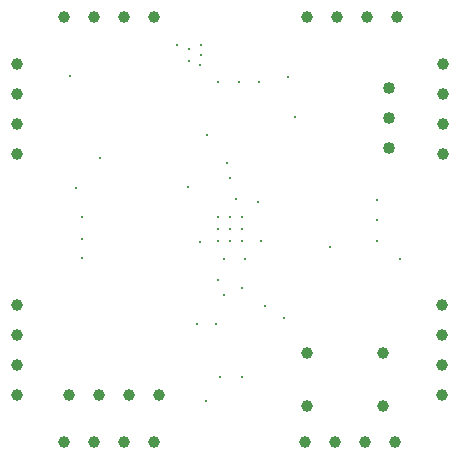
<source format=gbr>
%TF.GenerationSoftware,KiCad,Pcbnew,9.0.6*%
%TF.CreationDate,2025-12-07T19:15:01-08:00*%
%TF.ProjectId,redstone_block,72656473-746f-46e6-955f-626c6f636b2e,rev?*%
%TF.SameCoordinates,Original*%
%TF.FileFunction,Plated,1,2,PTH,Drill*%
%TF.FilePolarity,Positive*%
%FSLAX46Y46*%
G04 Gerber Fmt 4.6, Leading zero omitted, Abs format (unit mm)*
G04 Created by KiCad (PCBNEW 9.0.6) date 2025-12-07 19:15:01*
%MOMM*%
%LPD*%
G01*
G04 APERTURE LIST*
%TA.AperFunction,ViaDrill*%
%ADD10C,0.300000*%
%TD*%
%TA.AperFunction,ComponentDrill*%
%ADD11C,0.300000*%
%TD*%
%TA.AperFunction,ComponentDrill*%
%ADD12C,1.000000*%
%TD*%
%TA.AperFunction,ComponentDrill*%
%ADD13C,1.016000*%
%TD*%
G04 APERTURE END LIST*
D10*
X121500000Y-42000000D03*
X122000000Y-51500000D03*
X122500000Y-54000000D03*
X122500000Y-55800000D03*
X122500000Y-57450000D03*
X124000000Y-49000000D03*
X130503362Y-39375000D03*
X131500000Y-51400000D03*
X132200001Y-63000000D03*
X132461137Y-41125000D03*
X132500000Y-56100000D03*
X132538845Y-39375000D03*
X132580000Y-40280000D03*
X133000000Y-69500000D03*
X133036657Y-46981671D03*
X133800000Y-63000000D03*
X133990306Y-59257819D03*
X134000000Y-42500000D03*
X134000000Y-54000000D03*
X134000000Y-55000000D03*
X134000000Y-56000000D03*
X134200000Y-67500000D03*
X134500000Y-60600000D03*
X134533207Y-57506166D03*
X134770000Y-49421471D03*
X134999999Y-50645229D03*
X135000000Y-54000000D03*
X135000000Y-55000000D03*
X135000000Y-56000000D03*
X135500000Y-52429998D03*
X135800000Y-42500000D03*
X136000000Y-54000000D03*
X136000000Y-55000000D03*
X136000000Y-56000000D03*
X136000000Y-60000000D03*
X136000000Y-67500000D03*
X136300000Y-57500000D03*
X137400000Y-52700000D03*
X137450000Y-42500000D03*
X137624698Y-56000134D03*
X138000000Y-61500000D03*
X139600000Y-62500000D03*
X139950000Y-42100000D03*
X140501000Y-45500000D03*
X143500000Y-56500000D03*
X147500000Y-52550000D03*
X147500000Y-54200000D03*
X147500000Y-56000000D03*
X149400000Y-57500000D03*
D11*
%TO.C,U3*%
X131550000Y-39750000D03*
X131550000Y-40750000D03*
D12*
%TO.C,J8*%
X116975000Y-61380000D03*
X116975000Y-63920000D03*
X116975000Y-66460000D03*
X116975000Y-69000000D03*
%TO.C,J7*%
X117000000Y-41000000D03*
X117000000Y-43540000D03*
X117000000Y-46080000D03*
X117000000Y-48620000D03*
%TO.C,J1*%
X121000000Y-37000000D03*
%TO.C,J5*%
X121000000Y-73000000D03*
%TO.C,J9*%
X121380000Y-69000000D03*
%TO.C,J1*%
X123540000Y-37000000D03*
%TO.C,J5*%
X123540000Y-73000000D03*
%TO.C,J9*%
X123920000Y-69000000D03*
%TO.C,J1*%
X126080000Y-37000000D03*
%TO.C,J5*%
X126080000Y-73000000D03*
%TO.C,J9*%
X126460000Y-69000000D03*
%TO.C,J1*%
X128620000Y-37000000D03*
%TO.C,J5*%
X128620000Y-73000000D03*
%TO.C,J9*%
X129000000Y-69000000D03*
%TO.C,J6*%
X141380000Y-73025000D03*
%TO.C,J2*%
X141500000Y-37000000D03*
%TO.C,SW1*%
X141500000Y-65500000D03*
X141500000Y-70000000D03*
%TO.C,J6*%
X143920000Y-73025000D03*
%TO.C,J2*%
X144040000Y-37000000D03*
%TO.C,J6*%
X146460000Y-73025000D03*
%TO.C,J2*%
X146580000Y-37000000D03*
%TO.C,SW1*%
X148000000Y-65500000D03*
X148000000Y-70000000D03*
%TO.C,J6*%
X149000000Y-73025000D03*
%TO.C,J2*%
X149120000Y-37000000D03*
%TO.C,J4*%
X153000000Y-61380000D03*
X153000000Y-63920000D03*
X153000000Y-66460000D03*
X153000000Y-69000000D03*
%TO.C,J3*%
X153025000Y-41000000D03*
X153025000Y-43540000D03*
X153025000Y-46080000D03*
X153025000Y-48620000D03*
D13*
%TO.C,5v*%
X148500000Y-43000000D03*
X148500000Y-45540000D03*
X148500000Y-48080000D03*
M02*

</source>
